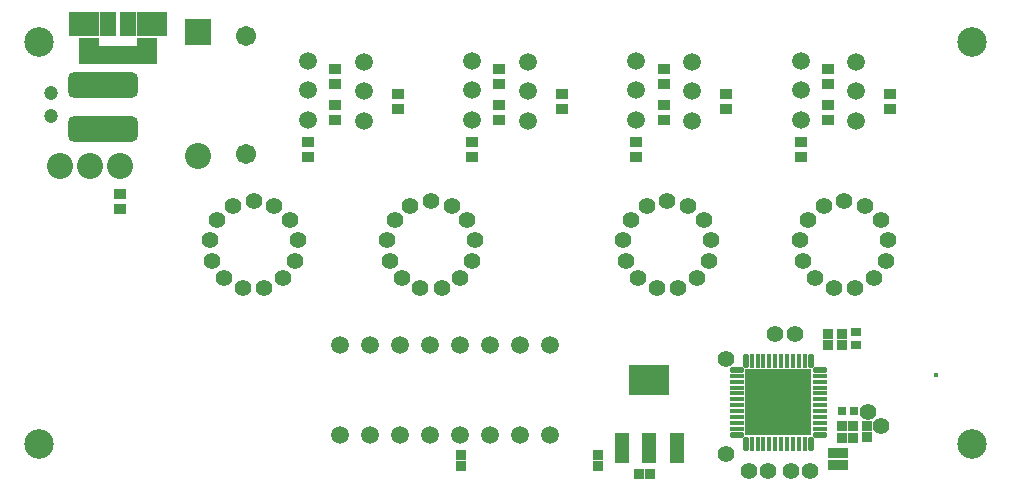
<source format=gbs>
G04*
G04 #@! TF.GenerationSoftware,Altium Limited,Altium Designer,21.0.9 (235)*
G04*
G04 Layer_Color=16711935*
%FSLAX44Y44*%
%MOMM*%
G71*
G04*
G04 #@! TF.SameCoordinates,956DCEC2-6A71-40FF-A827-D54B518B5B98*
G04*
G04*
G04 #@! TF.FilePolarity,Negative*
G04*
G01*
G75*
%ADD10C,1.5032*%
%ADD11C,1.4032*%
%ADD12C,1.2032*%
%ADD13C,1.7032*%
%ADD14C,2.2032*%
%ADD15C,2.5032*%
%ADD16R,2.2032X2.2032*%
%ADD49R,0.8432X0.8432*%
%ADD50R,0.8432X0.8432*%
%ADD51R,1.2032X2.6032*%
%ADD52R,3.5032X2.6032*%
%ADD53R,1.1032X0.9032*%
%ADD54R,5.6032X5.6032*%
G04:AMPARAMS|DCode=55|XSize=0.4532mm|YSize=1.2032mm|CornerRadius=0.1329mm|HoleSize=0mm|Usage=FLASHONLY|Rotation=180.000|XOffset=0mm|YOffset=0mm|HoleType=Round|Shape=RoundedRectangle|*
%AMROUNDEDRECTD55*
21,1,0.4532,0.9375,0,0,180.0*
21,1,0.1875,1.2032,0,0,180.0*
1,1,0.2657,-0.0938,0.4688*
1,1,0.2657,0.0938,0.4688*
1,1,0.2657,0.0938,-0.4688*
1,1,0.2657,-0.0938,-0.4688*
%
%ADD55ROUNDEDRECTD55*%
%ADD56R,0.4532X1.2032*%
G04:AMPARAMS|DCode=57|XSize=0.4532mm|YSize=1.2032mm|CornerRadius=0.1329mm|HoleSize=0mm|Usage=FLASHONLY|Rotation=90.000|XOffset=0mm|YOffset=0mm|HoleType=Round|Shape=RoundedRectangle|*
%AMROUNDEDRECTD57*
21,1,0.4532,0.9375,0,0,90.0*
21,1,0.1875,1.2032,0,0,90.0*
1,1,0.2657,0.4688,0.0938*
1,1,0.2657,0.4688,-0.0938*
1,1,0.2657,-0.4688,-0.0938*
1,1,0.2657,-0.4688,0.0938*
%
%ADD57ROUNDEDRECTD57*%
%ADD58R,1.2032X0.4532*%
%ADD59R,0.7532X0.8032*%
%ADD60R,0.9532X0.8032*%
%ADD61R,1.7032X0.9032*%
%ADD62R,0.3032X0.3032*%
%ADD63R,2.5782X2.1032*%
%ADD64R,1.3782X2.1032*%
%ADD65R,1.6782X2.3032*%
%ADD66R,0.6532X1.5832*%
G04:AMPARAMS|DCode=67|XSize=6.0032mm|YSize=2.2032mm|CornerRadius=0.6016mm|HoleSize=0mm|Usage=FLASHONLY|Rotation=180.000|XOffset=0mm|YOffset=0mm|HoleType=Round|Shape=RoundedRectangle|*
%AMROUNDEDRECTD67*
21,1,6.0032,1.0000,0,0,180.0*
21,1,4.8000,2.2032,0,0,180.0*
1,1,1.2032,-2.4000,0.5000*
1,1,1.2032,2.4000,0.5000*
1,1,1.2032,2.4000,-0.5000*
1,1,1.2032,-2.4000,-0.5000*
%
%ADD67ROUNDEDRECTD67*%
D10*
X722000Y363500D02*
D03*
Y338500D02*
D03*
Y313500D02*
D03*
X583000Y363500D02*
D03*
Y338500D02*
D03*
Y313500D02*
D03*
X444000Y363500D02*
D03*
Y338500D02*
D03*
Y313500D02*
D03*
X305000Y363500D02*
D03*
Y338500D02*
D03*
Y313500D02*
D03*
X675000Y364200D02*
D03*
Y339200D02*
D03*
Y314200D02*
D03*
X536000Y364200D02*
D03*
Y339200D02*
D03*
Y314200D02*
D03*
X397000Y364200D02*
D03*
Y339200D02*
D03*
Y314200D02*
D03*
X258000Y364200D02*
D03*
Y339200D02*
D03*
Y314200D02*
D03*
X285100Y123100D02*
D03*
X310500D02*
D03*
X335900D02*
D03*
X361300D02*
D03*
X386700D02*
D03*
X412100D02*
D03*
X437500D02*
D03*
X462900D02*
D03*
Y46900D02*
D03*
X437500D02*
D03*
X412100D02*
D03*
X386700D02*
D03*
X361300D02*
D03*
X335900D02*
D03*
X310500D02*
D03*
X285100D02*
D03*
D11*
X229374Y241233D02*
D03*
X242830Y229348D02*
D03*
X249221Y212570D02*
D03*
X247079Y194745D02*
D03*
X236897Y179958D02*
D03*
X221009Y171598D02*
D03*
X203055Y171582D02*
D03*
X187152Y179914D02*
D03*
X176944Y194683D02*
D03*
X174772Y212505D02*
D03*
X181132Y229294D02*
D03*
X194568Y241202D02*
D03*
X212000Y245500D02*
D03*
X362000D02*
D03*
X344568Y241202D02*
D03*
X331132Y229294D02*
D03*
X324772Y212505D02*
D03*
X326944Y194683D02*
D03*
X337152Y179914D02*
D03*
X353055Y171582D02*
D03*
X371009Y171598D02*
D03*
X386897Y179958D02*
D03*
X397079Y194745D02*
D03*
X399221Y212570D02*
D03*
X392830Y229348D02*
D03*
X379374Y241233D02*
D03*
X579374D02*
D03*
X592830Y229348D02*
D03*
X599221Y212570D02*
D03*
X597079Y194745D02*
D03*
X586897Y179958D02*
D03*
X571009Y171598D02*
D03*
X553055Y171582D02*
D03*
X537152Y179914D02*
D03*
X526944Y194683D02*
D03*
X524772Y212505D02*
D03*
X531132Y229294D02*
D03*
X544568Y241202D02*
D03*
X562000Y245500D02*
D03*
X712000D02*
D03*
X694568Y241202D02*
D03*
X681132Y229294D02*
D03*
X674772Y212505D02*
D03*
X676944Y194683D02*
D03*
X687152Y179914D02*
D03*
X703055Y171582D02*
D03*
X721009Y171598D02*
D03*
X736897Y179958D02*
D03*
X747079Y194745D02*
D03*
X749221Y212570D02*
D03*
X742830Y229348D02*
D03*
X729374Y241233D02*
D03*
X683000Y17000D02*
D03*
X743000Y55000D02*
D03*
X631000Y17000D02*
D03*
X667000D02*
D03*
X647000D02*
D03*
X732000Y67000D02*
D03*
X612000Y31000D02*
D03*
X653000Y133000D02*
D03*
X612000Y112000D02*
D03*
X670000Y133000D02*
D03*
D12*
X40000Y337000D02*
D03*
Y317000D02*
D03*
D13*
X205000Y385000D02*
D03*
Y285000D02*
D03*
D14*
X48200Y275000D02*
D03*
X99000D02*
D03*
X73600D02*
D03*
X165000Y283700D02*
D03*
D15*
X820000Y380000D02*
D03*
Y40000D02*
D03*
X30000D02*
D03*
Y380000D02*
D03*
D16*
X165000Y388300D02*
D03*
D49*
X538400Y14000D02*
D03*
X547600Y14000D02*
D03*
X719600Y55000D02*
D03*
X710400Y55000D02*
D03*
X719600Y45000D02*
D03*
X710400Y45000D02*
D03*
D50*
X387000Y21400D02*
D03*
X387000Y30600D02*
D03*
X503000Y20800D02*
D03*
X503000Y30000D02*
D03*
X710000Y132600D02*
D03*
X710000Y123400D02*
D03*
X731000Y54600D02*
D03*
X731000Y45400D02*
D03*
X698510Y132388D02*
D03*
X698510Y123188D02*
D03*
D51*
X570000Y36000D02*
D03*
X547000D02*
D03*
X524000D02*
D03*
D52*
X547000Y94000D02*
D03*
D53*
X258000Y295500D02*
D03*
Y282500D02*
D03*
X397000Y295500D02*
D03*
Y282500D02*
D03*
X536000Y295500D02*
D03*
Y282500D02*
D03*
X675000Y295500D02*
D03*
Y282500D02*
D03*
X751000Y336000D02*
D03*
Y323000D02*
D03*
X612000Y336000D02*
D03*
Y323000D02*
D03*
X473000Y336000D02*
D03*
Y323000D02*
D03*
X334000Y336000D02*
D03*
Y323000D02*
D03*
X698000Y314000D02*
D03*
Y327000D02*
D03*
X559000Y314000D02*
D03*
Y327000D02*
D03*
X420000Y314000D02*
D03*
Y327000D02*
D03*
X281000Y314000D02*
D03*
Y327000D02*
D03*
X698000Y344500D02*
D03*
Y357500D02*
D03*
X559000Y344500D02*
D03*
Y357500D02*
D03*
X420000Y344500D02*
D03*
Y357500D02*
D03*
X281000Y344500D02*
D03*
Y357500D02*
D03*
X99000Y238500D02*
D03*
Y251500D02*
D03*
D54*
X656000Y75000D02*
D03*
D55*
X683500Y110000D02*
D03*
X628500D02*
D03*
Y40000D02*
D03*
X683500D02*
D03*
D56*
X678500Y110000D02*
D03*
X673500D02*
D03*
X668500D02*
D03*
X663500D02*
D03*
X658500D02*
D03*
X653500D02*
D03*
X648500D02*
D03*
X643500D02*
D03*
X638500D02*
D03*
X633500D02*
D03*
Y40000D02*
D03*
X638500D02*
D03*
X643500D02*
D03*
X648500D02*
D03*
X653500D02*
D03*
X658500D02*
D03*
X663500D02*
D03*
X668500D02*
D03*
X673500D02*
D03*
X678500D02*
D03*
D57*
X621000Y102500D02*
D03*
Y47500D02*
D03*
X691000D02*
D03*
Y102500D02*
D03*
D58*
X621000Y97500D02*
D03*
Y92500D02*
D03*
Y87500D02*
D03*
Y82500D02*
D03*
Y77500D02*
D03*
Y72500D02*
D03*
Y67500D02*
D03*
Y62500D02*
D03*
Y57500D02*
D03*
Y52500D02*
D03*
X691000D02*
D03*
Y57500D02*
D03*
Y62500D02*
D03*
Y67500D02*
D03*
Y72500D02*
D03*
Y77500D02*
D03*
Y82500D02*
D03*
Y87500D02*
D03*
Y92500D02*
D03*
Y97500D02*
D03*
D59*
X719750Y68000D02*
D03*
X710250D02*
D03*
D60*
X722000Y123500D02*
D03*
Y134500D02*
D03*
D61*
X707000Y32000D02*
D03*
Y22000D02*
D03*
D62*
X790000Y98000D02*
D03*
D63*
X126125Y395300D02*
D03*
X67875D02*
D03*
D64*
X105375D02*
D03*
X88625D02*
D03*
D65*
X72375Y372300D02*
D03*
X121625D02*
D03*
D66*
X110000Y368700D02*
D03*
X103500D02*
D03*
X97000D02*
D03*
X90500D02*
D03*
X84000D02*
D03*
D67*
Y306000D02*
D03*
Y344000D02*
D03*
M02*

</source>
